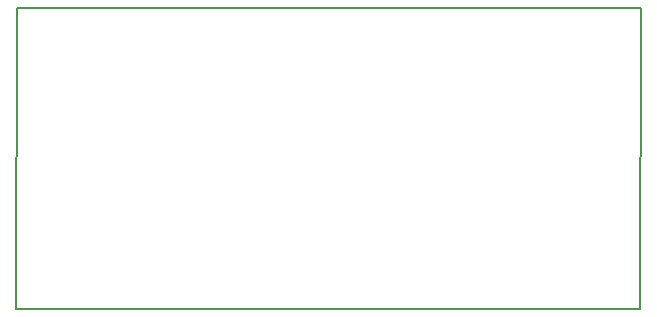
<source format=gbr>
%TF.GenerationSoftware,KiCad,Pcbnew,5.1.8-db9833491~88~ubuntu20.04.1*%
%TF.CreationDate,2020-12-10T20:55:53+01:00*%
%TF.ProjectId,Boost_DC_Converter_TPS61088RHLR,426f6f73-745f-4444-935f-436f6e766572,V1.0*%
%TF.SameCoordinates,Original*%
%TF.FileFunction,Profile,NP*%
%FSLAX46Y46*%
G04 Gerber Fmt 4.6, Leading zero omitted, Abs format (unit mm)*
G04 Created by KiCad (PCBNEW 5.1.8-db9833491~88~ubuntu20.04.1) date 2020-12-10 20:55:53*
%MOMM*%
%LPD*%
G01*
G04 APERTURE LIST*
%TA.AperFunction,Profile*%
%ADD10C,0.127000*%
%TD*%
G04 APERTURE END LIST*
D10*
X130290000Y-61190000D02*
X130300000Y-35710000D01*
X183140000Y-35710000D02*
X130300000Y-35710000D01*
X183130000Y-61190000D02*
X183140000Y-35710000D01*
X130290000Y-61190000D02*
X183130000Y-61190000D01*
M02*

</source>
